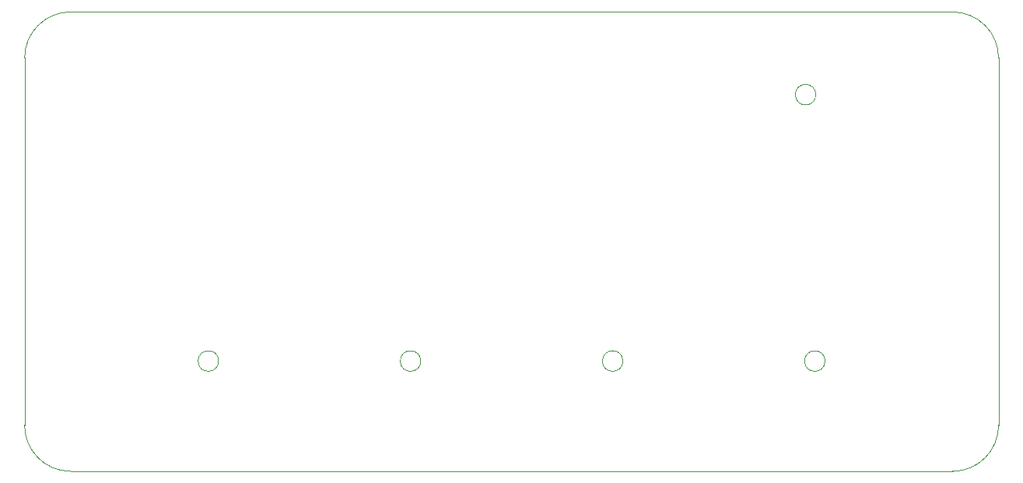
<source format=gm1>
G04 #@! TF.GenerationSoftware,KiCad,Pcbnew,5.1.5+dfsg1-2build2*
G04 #@! TF.CreationDate,2021-10-18T22:37:47+02:00*
G04 #@! TF.ProjectId,blind_tc,626c696e-645f-4746-932e-6b696361645f,rev?*
G04 #@! TF.SameCoordinates,Original*
G04 #@! TF.FileFunction,Profile,NP*
%FSLAX46Y46*%
G04 Gerber Fmt 4.6, Leading zero omitted, Abs format (unit mm)*
G04 Created by KiCad (PCBNEW 5.1.5+dfsg1-2build2) date 2021-10-18 22:37:47*
%MOMM*%
%LPD*%
G04 APERTURE LIST*
%ADD10C,0.120000*%
%ADD11C,0.050000*%
G04 APERTURE END LIST*
D10*
X136118034Y-59000000D02*
G75*
G03X136118034Y-59000000I-1118034J0D01*
G01*
X71118034Y-88000000D02*
G75*
G03X71118034Y-88000000I-1118034J0D01*
G01*
X93118034Y-88000000D02*
G75*
G03X93118034Y-88000000I-1118034J0D01*
G01*
X115118034Y-88000000D02*
G75*
G03X115118034Y-88000000I-1118034J0D01*
G01*
X137118034Y-88000000D02*
G75*
G03X137118034Y-88000000I-1118034J0D01*
G01*
D11*
X55000000Y-50000000D02*
X151000000Y-50000000D01*
X50000000Y-95000000D02*
X50000000Y-55000000D01*
X151000000Y-100000000D02*
X55000000Y-100000000D01*
X156000000Y-55000000D02*
X156000000Y-95000000D01*
X151000000Y-50000000D02*
G75*
G02X156000000Y-55000000I0J-5000000D01*
G01*
X156000000Y-95000000D02*
G75*
G02X151000000Y-100000000I-5000000J0D01*
G01*
X55000000Y-100000000D02*
G75*
G02X50000000Y-95000000I0J5000000D01*
G01*
X50000000Y-55000000D02*
G75*
G02X55000000Y-50000000I5000000J0D01*
G01*
M02*

</source>
